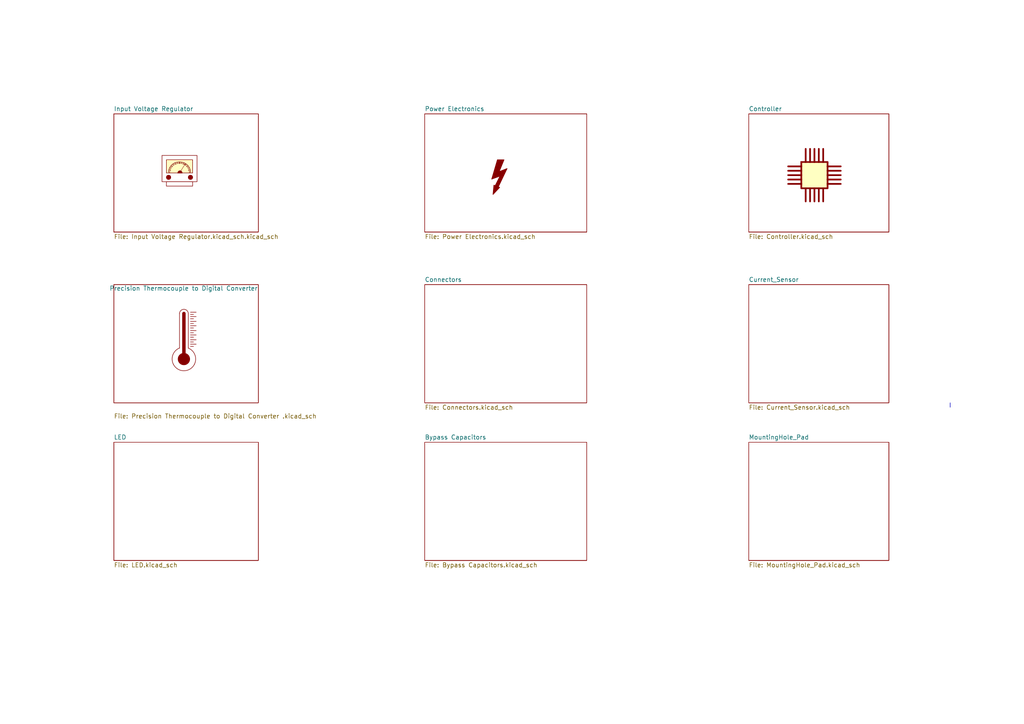
<source format=kicad_sch>
(kicad_sch (version 20210621) (generator eeschema)
  (paper "A4")
  (lib_symbols
    (symbol "Graphic:SYM_Flash_Large" (pin_names (offset 1.016))
      (symbol "SYM_Flash_Large_0_1"
        (polyline (pts (xy 0.127 -3.556) (xy -1.524 -2.921) (xy -1.778 -5.588) (xy 0.127 -3.556)) (stroke (width 0.2032)) (fill (type outline)))
        (polyline (pts (xy -0.508 4.445) (xy 1.397 4.445) (xy 0 1.016) (xy 2.286 1.905) (xy -0.508 -3.937) (xy -1.397 -3.556) (xy 0.254 -0.254) (xy -2.159 -1.143) (xy -0.508 4.445)) (stroke (width 0.2032)) (fill (type outline)))
      )
    )
    (symbol "Graphics:MCU"
      (symbol "MCU_0_1"
        (rectangle (start -3.81 3.81) (end 3.81 -3.81) (stroke (width 0.5)) (fill (type background)))
        (polyline (pts (xy -3.81 -2.54) (xy -7.62 -2.54)) (stroke (width 0.5)))
        (polyline (pts (xy -3.81 -1.27) (xy -7.62 -1.27)) (stroke (width 0.5)))
        (polyline (pts (xy -3.81 0) (xy -7.62 0)) (stroke (width 0.5)))
        (polyline (pts (xy -3.81 1.27) (xy -7.62 1.27)) (stroke (width 0.5)))
        (polyline (pts (xy -3.81 2.54) (xy -7.62 2.54)) (stroke (width 0.5)))
        (polyline (pts (xy -2.54 -7.62) (xy -2.54 -3.81)) (stroke (width 0.5)))
        (polyline (pts (xy -2.54 3.81) (xy -2.54 7.62)) (stroke (width 0.5)))
        (polyline (pts (xy -1.27 -7.62) (xy -1.27 -3.81)) (stroke (width 0.5)))
        (polyline (pts (xy -1.27 3.81) (xy -1.27 7.62)) (stroke (width 0.5)))
        (polyline (pts (xy 0 -7.62) (xy 0 -3.81)) (stroke (width 0.5)))
        (polyline (pts (xy 0 3.81) (xy 0 7.62)) (stroke (width 0.5)))
        (polyline (pts (xy 1.27 -7.62) (xy 1.27 -3.81)) (stroke (width 0.5)))
        (polyline (pts (xy 1.27 3.81) (xy 1.27 7.62)) (stroke (width 0.5)))
        (polyline (pts (xy 2.54 -7.62) (xy 2.54 -3.81)) (stroke (width 0.5)))
        (polyline (pts (xy 2.54 3.81) (xy 2.54 7.62)) (stroke (width 0.5)))
        (polyline (pts (xy 7.62 -2.54) (xy 3.81 -2.54)) (stroke (width 0.5)))
        (polyline (pts (xy 7.62 -1.27) (xy 3.81 -1.27)) (stroke (width 0.5)))
        (polyline (pts (xy 7.62 0) (xy 3.81 0)) (stroke (width 0.5)))
        (polyline (pts (xy 7.62 1.27) (xy 3.81 1.27)) (stroke (width 0.5)))
        (polyline (pts (xy 7.62 2.54) (xy 3.81 2.54)) (stroke (width 0.5)))
      )
    )
    (symbol "Graphics:Regulator"
      (symbol "Regulator_0_1"
        (rectangle (start -5.08 3.175) (end 5.08 -4.445) (stroke (width 0.1524)))
        (rectangle (start -3.81 -4.445) (end 3.81 -5.715) (stroke (width 0.1524)))
        (rectangle (start -3.81 1.905) (end 3.81 -1.905) (stroke (width 0.1524)) (fill (type background)))
        (circle (center -3.175 -3.175) (radius 0.635) (stroke (width 0.1524)) (fill (type outline)))
        (polyline (pts (xy -3.175 -1.651) (xy -2.794 -1.651)) (stroke (width 0.1)))
        (polyline (pts (xy -3.048 -1.016) (xy -2.54 -1.143)) (stroke (width 0.1)))
        (polyline (pts (xy -2.794 -0.381) (xy -2.54 -0.508)) (stroke (width 0.1)))
        (polyline (pts (xy -2.413 0.127) (xy -2.064 -0.1339)) (stroke (width 0.1)))
        (polyline (pts (xy -1.905 0.635) (xy -1.7138 0.4228)) (stroke (width 0.1)))
        (polyline (pts (xy -1.27 1.016) (xy -1.0536 0.5694)) (stroke (width 0.1)))
        (polyline (pts (xy -0.635 1.143) (xy -0.5708 0.8541)) (stroke (width 0.1)))
        (polyline (pts (xy -0.508 -1.905) (xy 0.635 -1.905)) (stroke (width 0.1524)))
        (polyline (pts (xy 0 1.27) (xy 0 0.762)) (stroke (width 0.1)))
        (polyline (pts (xy 0 1.27) (xy 0 0.762)) (stroke (width 0.1)))
        (polyline (pts (xy 0.635 1.143) (xy 0.5708 0.8541)) (stroke (width 0.1)))
        (polyline (pts (xy 1.27 1.016) (xy 1.0536 0.5694)) (stroke (width 0.1)))
        (polyline (pts (xy 1.905 0.635) (xy 1.7138 0.4228)) (stroke (width 0.1)))
        (polyline (pts (xy 2.413 0.127) (xy 2.064 -0.1339)) (stroke (width 0.1)))
        (polyline (pts (xy 2.794 -0.381) (xy 2.54 -0.508)) (stroke (width 0.1)))
        (polyline (pts (xy 3.048 -1.016) (xy 2.54 -1.143)) (stroke (width 0.1)))
        (polyline (pts (xy 3.175 -1.651) (xy 2.794 -1.651)) (stroke (width 0.1)))
        (polyline (pts (xy 0 -1.905) (xy 1.6569 0.7362) (xy 1.397 0.508) (xy 1.5519 0.4172) (xy 1.577 0.4033) (xy 1.6593 0.734)) (stroke (width 0.1)))
        (arc (start 0 0.889) (mid -1.9231 0.1977) (end -2.794 -1.651) (stroke (width 0.1)))
        (arc (start 0 1.27) (mid -2.1915 0.466) (end -3.175 -1.651) (stroke (width 0.1524)))
        (arc (start 0.127 -1.27) (mid -0.3218 -1.4562) (end -0.508 -1.905) (stroke (width 0.1524)) (fill (type outline)))
        (arc (start 0.762 -1.905) (mid 0.576 -1.456) (end 0.127 -1.27) (stroke (width 0.1524)) (fill (type outline)))
        (arc (start 2.794 -1.651) (mid 1.9231 0.1977) (end 0 0.889) (stroke (width 0.1)))
        (circle (center 3.175 -3.175) (radius 0.635) (stroke (width 0.1524)) (fill (type outline)))
        (arc (start 3.175 -1.651) (mid 2.1925 0.4671) (end 0 1.27) (stroke (width 0.1524)))
      )
    )
    (symbol "Graphics:ThermoMeter"
      (symbol "ThermoMeter_0_1"
        (arc (start -3.048 -1.524) (mid 0 -3.3953) (end 3.048 -1.524) (stroke (width 0.1524)))
        (arc (start -1.2848 3.1939) (mid -3.1991 1.2209) (end -3.048 -1.524) (stroke (width 0.1524)))
        (polyline (pts (xy -1.27 3.175) (xy -1.27 13.208)) (stroke (width 0.1524)))
        (polyline (pts (xy 0 13.208) (xy 0 -0.127)) (stroke (width 1)))
        (polyline (pts (xy 1.27 13.208) (xy 1.27 3.175)) (stroke (width 0.1524)))
        (polyline (pts (xy 1.905 3.683) (xy 2.794 3.683)) (stroke (width 0.1524)))
        (polyline (pts (xy 1.905 4.318) (xy 3.556 4.318)) (stroke (width 0.1524)))
        (polyline (pts (xy 1.905 4.953) (xy 2.794 4.953)) (stroke (width 0.1524)))
        (polyline (pts (xy 1.905 5.588) (xy 3.556 5.588)) (stroke (width 0.1524)))
        (polyline (pts (xy 1.905 6.35) (xy 2.794 6.35)) (stroke (width 0.1524)))
        (polyline (pts (xy 1.905 6.985) (xy 3.556 6.985)) (stroke (width 0.1524)))
        (polyline (pts (xy 1.905 7.62) (xy 2.794 7.62)) (stroke (width 0.1524)))
        (polyline (pts (xy 1.905 8.255) (xy 3.556 8.255)) (stroke (width 0.1524)))
        (polyline (pts (xy 1.905 9.017) (xy 2.794 9.017)) (stroke (width 0.1524)))
        (polyline (pts (xy 1.905 9.652) (xy 3.556 9.652)) (stroke (width 0.1524)))
        (polyline (pts (xy 1.905 10.287) (xy 2.794 10.287)) (stroke (width 0.1524)))
        (polyline (pts (xy 1.905 10.922) (xy 3.556 10.922)) (stroke (width 0.1524)))
        (polyline (pts (xy 1.905 11.684) (xy 2.794 11.684)) (stroke (width 0.1524)))
        (polyline (pts (xy 1.905 12.319) (xy 3.556 12.319)) (stroke (width 0.1524)))
        (polyline (pts (xy 1.905 12.954) (xy 2.794 12.954)) (stroke (width 0.1524)))
        (polyline (pts (xy 1.905 13.589) (xy 3.556 13.589)) (stroke (width 0.1524)))
        (circle (center 0 0) (radius 1.6944) (stroke (width 0.1524)) (fill (type outline)))
        (arc (start 1.27 13.208) (mid 0 14.4311) (end -1.27 13.208) (stroke (width 0.1524)))
        (arc (start 3.048 -1.524) (mid 3.1895 1.2154) (end 1.27 3.175) (stroke (width 0.1524)))
      )
    )
  )
  (polyline (pts (xy 275.59 116.84) (xy 275.59 118.11)))
  (symbol (lib_id "Graphics:ThermoMeter") (at 53.34 104.14 0) (unit 1)
    (property "Reference" "U2" (effects hide))
    (property "Value" "ThermoMeter" (effects hide))
  )
  (symbol (lib_id "Graphic:SYM_Flash_Large") (at 144.78 50.8 0) (unit 1)
    (property "Reference" "#SYM1" (effects hide))
    (property "Value" "SYM_Flash_Large" (effects hide))
  )
  (symbol (lib_id "Graphics:Regulator") (at 52.07 48.26 0) (unit 1)
    (property "Reference" "U1" (effects hide))
    (property "Value" "Regulator" (effects hide))
  )
  (symbol (lib_id "Graphics:MCU") (at 236.22 50.8 0) (unit 1)
    (property "Reference" "MCU1" (effects hide))
    (property "Value" "MCU" (effects hide))
  )
  (sheet (at 217.17 82.55) (size 40.64 34.29) (stroke (width 0.1524))
    (property "Sheet name" "Current_Sensor" (at 217.17 81.8384 0) (effects (justify left bottom)))
    (property "Sheet file" "Current_Sensor.kicad_sch" (at 217.17 117.4246 0) (effects (justify left top)))
  )
  (sheet (at 123.19 33.02) (size 46.99 34.29) (stroke (width 0.1524))
    (property "Sheet name" "Power Electronics" (at 123.19 32.3084 0) (effects (justify left bottom)))
    (property "Sheet file" "Power Electronics.kicad_sch" (at 123.19 67.8946 0) (effects (justify left top)))
  )
  (sheet (at 123.19 128.27) (size 46.99 34.29) (stroke (width 0.1524))
    (property "Sheet name" "Bypass Capacitors" (at 123.19 127.5584 0) (effects (justify left bottom)))
    (property "Sheet file" "Bypass Capacitors.kicad_sch" (at 123.19 163.1446 0) (effects (justify left top)))
  )
  (sheet (at 123.19 82.55) (size 46.99 34.29) (stroke (width 0.1524))
    (property "Sheet name" "Connectors" (at 123.19 81.8384 0) (effects (justify left bottom)))
    (property "Sheet file" "Connectors.kicad_sch" (at 123.19 117.4246 0) (effects (justify left top)))
  )
  (sheet (at 33.02 33.02) (size 41.91 34.29) (stroke (width 0.1524)) (fill (color 255 244 0 0.0000))
    (property "Sheet name" "Input Voltage Regulator" (at 33.02 32.3084 0) (effects (justify left bottom)))
    (property "Sheet file" "Input Voltage Regulator.kicad_sch.kicad_sch" (at 33.02 67.8946 0) (effects (justify left top)))
  )
  (sheet (at 33.02 82.55) (size 41.91 34.29) (stroke (width 0.1524))
    (property "Sheet name" "Precision Thermocouple to Digital Converter " (at 31.75 84.3784 0) (effects (justify left bottom)))
    (property "Sheet file" "Precision Thermocouple to Digital Converter .kicad_sch" (at 33.02 119.9646 0) (effects (justify left top)))
  )
  (sheet (at 217.17 33.02) (size 40.64 34.29) (stroke (width 0.1524))
    (property "Sheet name" "Controller" (at 217.17 32.3084 0) (effects (justify left bottom)))
    (property "Sheet file" "Controller.kicad_sch" (at 217.17 67.8946 0) (effects (justify left top)))
  )
  (sheet (at 33.02 128.27) (size 41.91 34.29) (stroke (width 0.1524))
    (property "Sheet name" "LED" (at 33.02 127.5584 0) (effects (justify left bottom)))
    (property "Sheet file" "LED.kicad_sch" (at 33.02 163.1446 0) (effects (justify left top)))
  )
  (sheet (at 217.17 128.27) (size 40.64 34.29) (stroke (width 0.1524))
    (property "Sheet name" "MountingHole_Pad" (at 217.17 127.5584 0) (effects (justify left bottom)))
    (property "Sheet file" "MountingHole_Pad.kicad_sch" (at 217.17 163.1446 0) (effects (justify left top)))
  )
)
</source>
